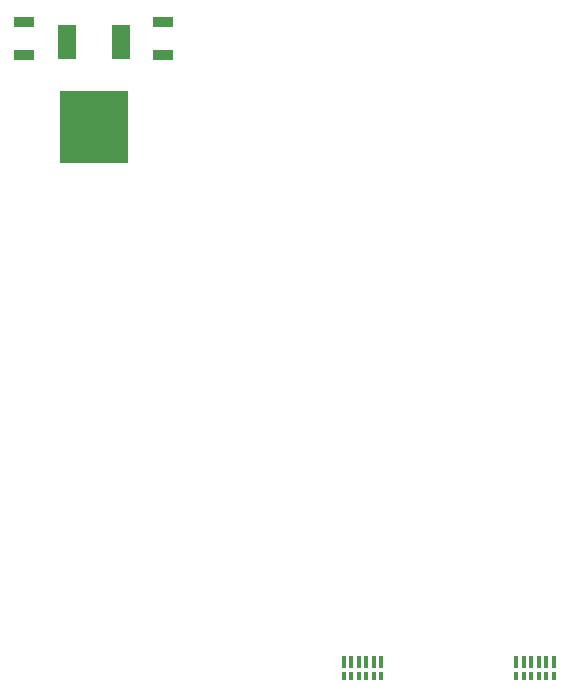
<source format=gbr>
%TF.GenerationSoftware,Altium Limited,Altium Designer,22.7.1 (60)*%
G04 Layer_Color=8421504*
%FSLAX45Y45*%
%MOMM*%
%TF.SameCoordinates,61DBAAF2-DE87-4E8A-AD11-02536D302051*%
%TF.FilePolarity,Positive*%
%TF.FileFunction,Paste,Top*%
%TF.Part,Single*%
G01*
G75*
%TA.AperFunction,SMDPad,CuDef*%
%ADD11R,1.70000X0.95000*%
%ADD12R,1.60000X3.00000*%
%ADD13R,5.80000X6.20000*%
%ADD14R,0.38100X0.76200*%
%ADD15R,0.38100X1.01600*%
D11*
X1452359Y6617000D02*
D03*
X1452358Y6337000D02*
D03*
X2635250Y6617000D02*
D03*
Y6337000D02*
D03*
D12*
X1821785Y6445250D02*
D03*
X2278784Y6445249D02*
D03*
D13*
X2050284Y5727250D02*
D03*
D14*
X4162118Y1079500D02*
D03*
X4225617D02*
D03*
X4289118Y1079500D02*
D03*
X4352618Y1079500D02*
D03*
X4416118D02*
D03*
X4479618D02*
D03*
X5622618D02*
D03*
X5686117D02*
D03*
X5749618Y1079500D02*
D03*
X5813118Y1079500D02*
D03*
X5876618D02*
D03*
X5940118D02*
D03*
D15*
X4162118Y1193800D02*
D03*
X4225618D02*
D03*
X4289118Y1193801D02*
D03*
X4352618Y1193800D02*
D03*
X4416117Y1193801D02*
D03*
X4479618Y1193800D02*
D03*
X5622618D02*
D03*
X5686118D02*
D03*
X5749618Y1193801D02*
D03*
X5813118Y1193800D02*
D03*
X5876617Y1193801D02*
D03*
X5940118Y1193800D02*
D03*
%TF.MD5,d2ece5bb9dd2772a46730478e7e47d71*%
M02*

</source>
